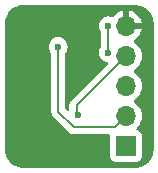
<source format=gbr>
%TF.GenerationSoftware,KiCad,Pcbnew,8.0.1*%
%TF.CreationDate,2024-05-03T15:12:58-07:00*%
%TF.ProjectId,DAWN_sensor_pcb,4441574e-5f73-4656-9e73-6f725f706362,rev?*%
%TF.SameCoordinates,Original*%
%TF.FileFunction,Copper,L2,Bot*%
%TF.FilePolarity,Positive*%
%FSLAX46Y46*%
G04 Gerber Fmt 4.6, Leading zero omitted, Abs format (unit mm)*
G04 Created by KiCad (PCBNEW 8.0.1) date 2024-05-03 15:12:58*
%MOMM*%
%LPD*%
G01*
G04 APERTURE LIST*
%TA.AperFunction,ComponentPad*%
%ADD10O,1.700000X1.700000*%
%TD*%
%TA.AperFunction,ComponentPad*%
%ADD11R,1.700000X1.700000*%
%TD*%
%TA.AperFunction,ViaPad*%
%ADD12C,0.600000*%
%TD*%
%TA.AperFunction,Conductor*%
%ADD13C,0.200000*%
%TD*%
G04 APERTURE END LIST*
D10*
%TO.P,J1,5,Pin_5*%
%TO.N,+3.3V*%
X148253750Y-61416250D03*
%TO.P,J1,4,Pin_4*%
%TO.N,SDA*%
X148253750Y-63956250D03*
%TO.P,J1,3,Pin_3*%
%TO.N,SCL*%
X148253750Y-66496250D03*
%TO.P,J1,2,Pin_2*%
%TO.N,INTn*%
X148253750Y-69036250D03*
D11*
%TO.P,J1,1,Pin_1*%
%TO.N,GND*%
X148253750Y-71576250D03*
%TD*%
D12*
%TO.N,GND*%
X146753750Y-61416250D03*
X146753750Y-63666250D03*
%TO.N,+3.3V*%
X139253750Y-71416250D03*
X144253750Y-61666250D03*
X145253750Y-70916250D03*
X140253750Y-62916250D03*
X140003750Y-71916250D03*
X145253750Y-62166250D03*
%TO.N,SDA*%
X144211192Y-68954322D03*
%TO.N,INTn*%
X142503750Y-63166250D03*
%TD*%
D13*
%TO.N,GND*%
X146753750Y-63666250D02*
X146753750Y-61416250D01*
%TO.N,SDA*%
X144060505Y-68803635D02*
X144060505Y-68149495D01*
X144060505Y-68149495D02*
X148253750Y-63956250D01*
X144211192Y-68954322D02*
X144060505Y-68803635D01*
%TO.N,INTn*%
X142503750Y-63166250D02*
X142503750Y-68661183D01*
X143811976Y-69969409D02*
X147320591Y-69969409D01*
X142503750Y-68661183D02*
X143811976Y-69969409D01*
X147320591Y-69969409D02*
X148253750Y-69036250D01*
%TD*%
%TA.AperFunction,Conductor*%
%TO.N,+3.3V*%
G36*
X149019897Y-59666751D02*
G01*
X149081363Y-59666750D01*
X149090208Y-59667065D01*
X149290345Y-59681378D01*
X149307851Y-59683895D01*
X149499579Y-59725603D01*
X149516544Y-59730584D01*
X149700392Y-59799156D01*
X149716475Y-59806500D01*
X149888695Y-59900540D01*
X149903560Y-59910093D01*
X150060642Y-60027686D01*
X150074005Y-60039265D01*
X150212750Y-60178012D01*
X150224336Y-60191384D01*
X150341911Y-60348450D01*
X150351476Y-60363333D01*
X150445507Y-60535543D01*
X150452856Y-60551636D01*
X150521416Y-60735462D01*
X150521421Y-60735474D01*
X150526405Y-60752451D01*
X150568107Y-60944175D01*
X150570624Y-60961687D01*
X150584969Y-61162325D01*
X150585285Y-61171170D01*
X150585284Y-61240753D01*
X150585286Y-61240782D01*
X150585286Y-71842752D01*
X150585284Y-71842786D01*
X150585285Y-71911839D01*
X150584969Y-71920684D01*
X150570660Y-72120815D01*
X150568143Y-72138328D01*
X150526438Y-72330060D01*
X150521454Y-72347035D01*
X150452889Y-72530879D01*
X150445539Y-72546974D01*
X150351509Y-72719182D01*
X150341944Y-72734065D01*
X150224363Y-72891139D01*
X150212777Y-72904511D01*
X150074033Y-73043257D01*
X150060662Y-73054843D01*
X149903586Y-73172430D01*
X149888702Y-73181995D01*
X149716497Y-73276027D01*
X149700404Y-73283377D01*
X149516557Y-73351949D01*
X149499580Y-73356933D01*
X149307859Y-73398638D01*
X149290347Y-73401156D01*
X149090713Y-73415433D01*
X149081868Y-73415749D01*
X149013813Y-73415749D01*
X149013745Y-73415752D01*
X139504495Y-73416174D01*
X139495527Y-73415850D01*
X139292713Y-73401154D01*
X139274977Y-73398570D01*
X139080796Y-73355757D01*
X139063617Y-73350643D01*
X138896143Y-73287283D01*
X138877632Y-73280280D01*
X138861371Y-73272743D01*
X138687484Y-73176309D01*
X138672479Y-73166507D01*
X138514300Y-73046003D01*
X138500864Y-73034138D01*
X138361718Y-72892095D01*
X138350134Y-72878419D01*
X138232914Y-72717793D01*
X138223425Y-72702594D01*
X138205468Y-72668581D01*
X138130586Y-72526744D01*
X138123391Y-72510344D01*
X138056871Y-72322941D01*
X138052114Y-72305666D01*
X138013309Y-72110643D01*
X138011091Y-72092857D01*
X138009777Y-72067492D01*
X138000666Y-71891543D01*
X138000500Y-71885130D01*
X138000500Y-71881453D01*
X138000526Y-71878900D01*
X138000764Y-71867325D01*
X138001751Y-71819430D01*
X138001749Y-71819423D01*
X138001253Y-71814935D01*
X138000500Y-71801288D01*
X138000500Y-63166253D01*
X141698185Y-63166253D01*
X141718380Y-63345499D01*
X141718381Y-63345504D01*
X141777961Y-63515773D01*
X141838265Y-63611746D01*
X141872510Y-63666246D01*
X141873935Y-63668513D01*
X141876195Y-63671347D01*
X141877084Y-63673525D01*
X141877639Y-63674408D01*
X141877484Y-63674505D01*
X141902605Y-63736033D01*
X141903250Y-63748662D01*
X141903250Y-68574513D01*
X141903249Y-68574531D01*
X141903249Y-68740237D01*
X141903248Y-68740237D01*
X141944173Y-68892968D01*
X141970003Y-68937705D01*
X141970004Y-68937709D01*
X141970005Y-68937709D01*
X142023229Y-69029897D01*
X142023231Y-69029900D01*
X142142099Y-69148768D01*
X142142105Y-69148773D01*
X143327115Y-70333783D01*
X143327125Y-70333794D01*
X143331455Y-70338124D01*
X143331456Y-70338125D01*
X143443260Y-70449929D01*
X143530071Y-70500048D01*
X143530073Y-70500050D01*
X143568127Y-70522020D01*
X143580191Y-70528986D01*
X143732919Y-70569910D01*
X143732922Y-70569910D01*
X143898629Y-70569910D01*
X143898645Y-70569909D01*
X146779250Y-70569909D01*
X146846289Y-70589594D01*
X146892044Y-70642398D01*
X146903250Y-70693909D01*
X146903250Y-72474120D01*
X146903251Y-72474126D01*
X146909658Y-72533733D01*
X146959952Y-72668578D01*
X146959956Y-72668585D01*
X147046202Y-72783794D01*
X147046205Y-72783797D01*
X147161414Y-72870043D01*
X147161421Y-72870047D01*
X147296267Y-72920341D01*
X147296266Y-72920341D01*
X147303194Y-72921085D01*
X147355877Y-72926750D01*
X149151622Y-72926749D01*
X149211233Y-72920341D01*
X149346081Y-72870046D01*
X149461296Y-72783796D01*
X149547546Y-72668581D01*
X149597841Y-72533733D01*
X149604250Y-72474123D01*
X149604249Y-70678378D01*
X149597841Y-70618767D01*
X149586960Y-70589594D01*
X149547547Y-70483921D01*
X149547543Y-70483914D01*
X149461297Y-70368705D01*
X149461294Y-70368702D01*
X149346085Y-70282456D01*
X149346078Y-70282452D01*
X149214667Y-70233439D01*
X149158733Y-70191568D01*
X149134316Y-70126103D01*
X149149168Y-70057830D01*
X149170313Y-70029582D01*
X149292245Y-69907651D01*
X149427785Y-69714080D01*
X149527653Y-69499913D01*
X149588813Y-69271658D01*
X149609409Y-69036250D01*
X149608853Y-69029900D01*
X149602241Y-68954318D01*
X149588813Y-68800842D01*
X149527653Y-68572587D01*
X149427785Y-68358421D01*
X149343845Y-68238541D01*
X149292244Y-68164847D01*
X149125152Y-67997756D01*
X149125146Y-67997751D01*
X148939592Y-67867825D01*
X148895967Y-67813248D01*
X148888773Y-67743750D01*
X148920296Y-67681395D01*
X148939592Y-67664675D01*
X148961776Y-67649141D01*
X149125151Y-67534745D01*
X149292245Y-67367651D01*
X149427785Y-67174080D01*
X149527653Y-66959913D01*
X149588813Y-66731658D01*
X149609409Y-66496250D01*
X149588813Y-66260842D01*
X149527653Y-66032587D01*
X149427785Y-65818421D01*
X149292245Y-65624849D01*
X149292244Y-65624847D01*
X149125152Y-65457756D01*
X149125146Y-65457751D01*
X148939592Y-65327825D01*
X148895967Y-65273248D01*
X148888773Y-65203750D01*
X148920296Y-65141395D01*
X148939592Y-65124675D01*
X148961776Y-65109141D01*
X149125151Y-64994745D01*
X149292245Y-64827651D01*
X149427785Y-64634080D01*
X149527653Y-64419913D01*
X149588813Y-64191658D01*
X149609409Y-63956250D01*
X149588813Y-63720842D01*
X149527653Y-63492587D01*
X149427785Y-63278421D01*
X149349245Y-63166253D01*
X149292244Y-63084847D01*
X149125152Y-62917756D01*
X149125151Y-62917755D01*
X148939155Y-62787519D01*
X148895531Y-62732942D01*
X148888338Y-62663443D01*
X148919860Y-62601089D01*
X148939155Y-62584369D01*
X149124832Y-62454355D01*
X149291855Y-62287332D01*
X149427350Y-62093828D01*
X149527179Y-61879742D01*
X149527182Y-61879736D01*
X149584386Y-61666250D01*
X148686762Y-61666250D01*
X148719675Y-61609243D01*
X148753750Y-61482076D01*
X148753750Y-61350424D01*
X148719675Y-61223257D01*
X148686762Y-61166250D01*
X149584386Y-61166250D01*
X149584385Y-61166249D01*
X149527182Y-60952763D01*
X149527179Y-60952757D01*
X149427350Y-60738672D01*
X149427349Y-60738670D01*
X149291863Y-60545176D01*
X149291858Y-60545170D01*
X149124832Y-60378144D01*
X148931328Y-60242649D01*
X148717242Y-60142820D01*
X148717236Y-60142817D01*
X148503750Y-60085614D01*
X148503750Y-60983238D01*
X148446743Y-60950325D01*
X148319576Y-60916250D01*
X148187924Y-60916250D01*
X148060757Y-60950325D01*
X148003750Y-60983238D01*
X148003750Y-60085614D01*
X148003749Y-60085614D01*
X147790263Y-60142817D01*
X147790257Y-60142820D01*
X147576172Y-60242649D01*
X147576170Y-60242650D01*
X147382676Y-60378136D01*
X147382670Y-60378141D01*
X147215643Y-60545168D01*
X147215638Y-60545174D01*
X147165687Y-60616511D01*
X147111110Y-60660135D01*
X147041611Y-60667327D01*
X147023158Y-60662427D01*
X146933012Y-60630883D01*
X146932999Y-60630880D01*
X146753754Y-60610685D01*
X146753746Y-60610685D01*
X146574500Y-60630880D01*
X146574495Y-60630881D01*
X146404226Y-60690461D01*
X146251487Y-60786434D01*
X146123934Y-60913987D01*
X146027961Y-61066726D01*
X145968381Y-61236995D01*
X145968380Y-61237000D01*
X145948185Y-61416246D01*
X145948185Y-61416253D01*
X145968380Y-61595499D01*
X145968381Y-61595504D01*
X146027961Y-61765773D01*
X146088265Y-61861746D01*
X146099569Y-61879736D01*
X146123935Y-61918513D01*
X146126195Y-61921347D01*
X146127084Y-61923525D01*
X146127639Y-61924408D01*
X146127484Y-61924505D01*
X146152605Y-61986033D01*
X146153250Y-61998662D01*
X146153250Y-63083837D01*
X146133565Y-63150876D01*
X146126200Y-63161146D01*
X146123936Y-63163984D01*
X146027961Y-63316726D01*
X145968381Y-63486995D01*
X145968380Y-63487000D01*
X145948185Y-63666246D01*
X145948185Y-63666253D01*
X145968380Y-63845499D01*
X145968381Y-63845504D01*
X146027961Y-64015773D01*
X146123934Y-64168512D01*
X146251488Y-64296066D01*
X146404228Y-64392039D01*
X146574495Y-64451618D01*
X146619389Y-64456676D01*
X146683801Y-64483741D01*
X146723357Y-64541335D01*
X146725496Y-64611172D01*
X146693186Y-64667577D01*
X143691791Y-67668973D01*
X143579986Y-67780777D01*
X143579982Y-67780782D01*
X143539382Y-67851105D01*
X143532968Y-67862215D01*
X143500928Y-67917710D01*
X143460004Y-68070438D01*
X143460004Y-68070440D01*
X143460004Y-68238541D01*
X143460005Y-68238554D01*
X143460005Y-68468841D01*
X143440320Y-68535880D01*
X143387516Y-68581635D01*
X143318358Y-68591579D01*
X143254802Y-68562554D01*
X143248324Y-68556522D01*
X143140569Y-68448767D01*
X143107084Y-68387444D01*
X143104250Y-68361086D01*
X143104250Y-63748662D01*
X143123935Y-63681623D01*
X143131305Y-63671347D01*
X143133560Y-63668517D01*
X143133566Y-63668512D01*
X143229539Y-63515772D01*
X143289118Y-63345505D01*
X143289119Y-63345499D01*
X143309315Y-63166253D01*
X143309315Y-63166246D01*
X143289119Y-62987000D01*
X143289118Y-62986995D01*
X143229538Y-62816726D01*
X143176893Y-62732942D01*
X143133566Y-62663988D01*
X143006012Y-62536434D01*
X142853273Y-62440461D01*
X142683004Y-62380881D01*
X142682999Y-62380880D01*
X142503754Y-62360685D01*
X142503746Y-62360685D01*
X142324500Y-62380880D01*
X142324495Y-62380881D01*
X142154226Y-62440461D01*
X142001487Y-62536434D01*
X141873934Y-62663987D01*
X141777961Y-62816726D01*
X141718381Y-62986995D01*
X141718380Y-62987000D01*
X141698185Y-63166246D01*
X141698185Y-63166253D01*
X138000500Y-63166253D01*
X138000500Y-61240782D01*
X138000501Y-61240753D01*
X138000500Y-61232133D01*
X138000502Y-61232130D01*
X138000500Y-61170658D01*
X138000816Y-61161815D01*
X138005210Y-61100358D01*
X138015125Y-60961679D01*
X138017642Y-60944170D01*
X138024208Y-60913987D01*
X138059347Y-60752432D01*
X138064331Y-60735462D01*
X138089742Y-60667327D01*
X138132900Y-60551606D01*
X138140238Y-60535537D01*
X138234281Y-60363304D01*
X138243835Y-60348437D01*
X138361430Y-60191344D01*
X138373006Y-60177985D01*
X138511750Y-60039237D01*
X138525119Y-60027653D01*
X138540127Y-60016417D01*
X138682204Y-59910057D01*
X138697070Y-59900504D01*
X138869305Y-59806454D01*
X138885371Y-59799116D01*
X139069239Y-59730536D01*
X139086192Y-59725558D01*
X139277936Y-59683846D01*
X139295435Y-59681330D01*
X139494883Y-59667066D01*
X139503729Y-59666750D01*
X139565892Y-59666750D01*
X149019893Y-59666750D01*
X149019897Y-59666751D01*
G37*
%TD.AperFunction*%
%TD*%
M02*

</source>
